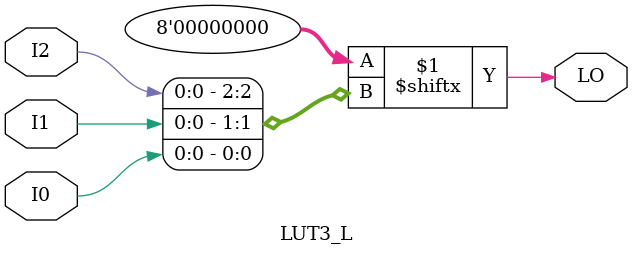
<source format=v>
/*

FUNCTION    : 3-inputs LUT

*/

`celldefine
`timescale  100 ps / 10 ps

module LUT3_L (LO, I0, I1, I2);

    parameter INIT = 8'h00;

    input I0, I1, I2;

    output LO;

    wire out0, out1, out;

        assign LO = INIT[{I2,I1,I0}];

endmodule

</source>
